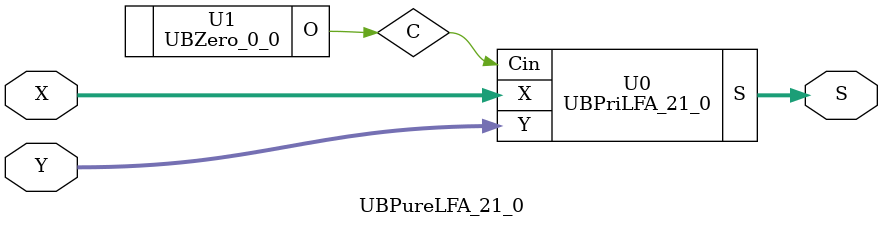
<source format=v>
/*----------------------------------------------------------------------------
  Copyright (c) 2021 Homma laboratory. All rights reserved.

  Top module: UBLFA_21_0_21_0

  Operand-1 length: 22
  Operand-2 length: 22
  Two-operand addition algorithm: Ladner-Fischer adder
----------------------------------------------------------------------------*/

module GPGenerator(Go, Po, A, B);
  output Go;
  output Po;
  input A;
  input B;
  assign Go = A & B;
  assign Po = A ^ B;
endmodule

module CarryOperator(Go, Po, Gi1, Pi1, Gi2, Pi2);
  output Go;
  output Po;
  input Gi1;
  input Gi2;
  input Pi1;
  input Pi2;
  assign Go = Gi1 | ( Gi2 & Pi1 );
  assign Po = Pi1 & Pi2;
endmodule

module UBPriLFA_21_0(S, X, Y, Cin);
  output [22:0] S;
  input Cin;
  input [21:0] X;
  input [21:0] Y;
  wire [21:0] G0;
  wire [21:0] G1;
  wire [21:0] G2;
  wire [21:0] G3;
  wire [21:0] G4;
  wire [21:0] G5;
  wire [21:0] P0;
  wire [21:0] P1;
  wire [21:0] P2;
  wire [21:0] P3;
  wire [21:0] P4;
  wire [21:0] P5;
  assign P1[0] = P0[0];
  assign G1[0] = G0[0];
  assign P1[2] = P0[2];
  assign G1[2] = G0[2];
  assign P1[4] = P0[4];
  assign G1[4] = G0[4];
  assign P1[6] = P0[6];
  assign G1[6] = G0[6];
  assign P1[8] = P0[8];
  assign G1[8] = G0[8];
  assign P1[10] = P0[10];
  assign G1[10] = G0[10];
  assign P1[12] = P0[12];
  assign G1[12] = G0[12];
  assign P1[14] = P0[14];
  assign G1[14] = G0[14];
  assign P1[16] = P0[16];
  assign G1[16] = G0[16];
  assign P1[18] = P0[18];
  assign G1[18] = G0[18];
  assign P1[20] = P0[20];
  assign G1[20] = G0[20];
  assign P2[0] = P1[0];
  assign G2[0] = G1[0];
  assign P2[1] = P1[1];
  assign G2[1] = G1[1];
  assign P2[4] = P1[4];
  assign G2[4] = G1[4];
  assign P2[5] = P1[5];
  assign G2[5] = G1[5];
  assign P2[8] = P1[8];
  assign G2[8] = G1[8];
  assign P2[9] = P1[9];
  assign G2[9] = G1[9];
  assign P2[12] = P1[12];
  assign G2[12] = G1[12];
  assign P2[13] = P1[13];
  assign G2[13] = G1[13];
  assign P2[16] = P1[16];
  assign G2[16] = G1[16];
  assign P2[17] = P1[17];
  assign G2[17] = G1[17];
  assign P2[20] = P1[20];
  assign G2[20] = G1[20];
  assign P2[21] = P1[21];
  assign G2[21] = G1[21];
  assign P3[0] = P2[0];
  assign G3[0] = G2[0];
  assign P3[1] = P2[1];
  assign G3[1] = G2[1];
  assign P3[2] = P2[2];
  assign G3[2] = G2[2];
  assign P3[3] = P2[3];
  assign G3[3] = G2[3];
  assign P3[8] = P2[8];
  assign G3[8] = G2[8];
  assign P3[9] = P2[9];
  assign G3[9] = G2[9];
  assign P3[10] = P2[10];
  assign G3[10] = G2[10];
  assign P3[11] = P2[11];
  assign G3[11] = G2[11];
  assign P3[16] = P2[16];
  assign G3[16] = G2[16];
  assign P3[17] = P2[17];
  assign G3[17] = G2[17];
  assign P3[18] = P2[18];
  assign G3[18] = G2[18];
  assign P3[19] = P2[19];
  assign G3[19] = G2[19];
  assign P4[0] = P3[0];
  assign G4[0] = G3[0];
  assign P4[1] = P3[1];
  assign G4[1] = G3[1];
  assign P4[2] = P3[2];
  assign G4[2] = G3[2];
  assign P4[3] = P3[3];
  assign G4[3] = G3[3];
  assign P4[4] = P3[4];
  assign G4[4] = G3[4];
  assign P4[5] = P3[5];
  assign G4[5] = G3[5];
  assign P4[6] = P3[6];
  assign G4[6] = G3[6];
  assign P4[7] = P3[7];
  assign G4[7] = G3[7];
  assign P4[16] = P3[16];
  assign G4[16] = G3[16];
  assign P4[17] = P3[17];
  assign G4[17] = G3[17];
  assign P4[18] = P3[18];
  assign G4[18] = G3[18];
  assign P4[19] = P3[19];
  assign G4[19] = G3[19];
  assign P4[20] = P3[20];
  assign G4[20] = G3[20];
  assign P4[21] = P3[21];
  assign G4[21] = G3[21];
  assign P5[0] = P4[0];
  assign G5[0] = G4[0];
  assign P5[1] = P4[1];
  assign G5[1] = G4[1];
  assign P5[2] = P4[2];
  assign G5[2] = G4[2];
  assign P5[3] = P4[3];
  assign G5[3] = G4[3];
  assign P5[4] = P4[4];
  assign G5[4] = G4[4];
  assign P5[5] = P4[5];
  assign G5[5] = G4[5];
  assign P5[6] = P4[6];
  assign G5[6] = G4[6];
  assign P5[7] = P4[7];
  assign G5[7] = G4[7];
  assign P5[8] = P4[8];
  assign G5[8] = G4[8];
  assign P5[9] = P4[9];
  assign G5[9] = G4[9];
  assign P5[10] = P4[10];
  assign G5[10] = G4[10];
  assign P5[11] = P4[11];
  assign G5[11] = G4[11];
  assign P5[12] = P4[12];
  assign G5[12] = G4[12];
  assign P5[13] = P4[13];
  assign G5[13] = G4[13];
  assign P5[14] = P4[14];
  assign G5[14] = G4[14];
  assign P5[15] = P4[15];
  assign G5[15] = G4[15];
  assign S[0] = Cin ^ P0[0];
  assign S[1] = ( G5[0] | ( P5[0] & Cin ) ) ^ P0[1];
  assign S[2] = ( G5[1] | ( P5[1] & Cin ) ) ^ P0[2];
  assign S[3] = ( G5[2] | ( P5[2] & Cin ) ) ^ P0[3];
  assign S[4] = ( G5[3] | ( P5[3] & Cin ) ) ^ P0[4];
  assign S[5] = ( G5[4] | ( P5[4] & Cin ) ) ^ P0[5];
  assign S[6] = ( G5[5] | ( P5[5] & Cin ) ) ^ P0[6];
  assign S[7] = ( G5[6] | ( P5[6] & Cin ) ) ^ P0[7];
  assign S[8] = ( G5[7] | ( P5[7] & Cin ) ) ^ P0[8];
  assign S[9] = ( G5[8] | ( P5[8] & Cin ) ) ^ P0[9];
  assign S[10] = ( G5[9] | ( P5[9] & Cin ) ) ^ P0[10];
  assign S[11] = ( G5[10] | ( P5[10] & Cin ) ) ^ P0[11];
  assign S[12] = ( G5[11] | ( P5[11] & Cin ) ) ^ P0[12];
  assign S[13] = ( G5[12] | ( P5[12] & Cin ) ) ^ P0[13];
  assign S[14] = ( G5[13] | ( P5[13] & Cin ) ) ^ P0[14];
  assign S[15] = ( G5[14] | ( P5[14] & Cin ) ) ^ P0[15];
  assign S[16] = ( G5[15] | ( P5[15] & Cin ) ) ^ P0[16];
  assign S[17] = ( G5[16] | ( P5[16] & Cin ) ) ^ P0[17];
  assign S[18] = ( G5[17] | ( P5[17] & Cin ) ) ^ P0[18];
  assign S[19] = ( G5[18] | ( P5[18] & Cin ) ) ^ P0[19];
  assign S[20] = ( G5[19] | ( P5[19] & Cin ) ) ^ P0[20];
  assign S[21] = ( G5[20] | ( P5[20] & Cin ) ) ^ P0[21];
  assign S[22] = G5[21] | ( P5[21] & Cin );
  GPGenerator U0 (G0[0], P0[0], X[0], Y[0]);
  GPGenerator U1 (G0[1], P0[1], X[1], Y[1]);
  GPGenerator U2 (G0[2], P0[2], X[2], Y[2]);
  GPGenerator U3 (G0[3], P0[3], X[3], Y[3]);
  GPGenerator U4 (G0[4], P0[4], X[4], Y[4]);
  GPGenerator U5 (G0[5], P0[5], X[5], Y[5]);
  GPGenerator U6 (G0[6], P0[6], X[6], Y[6]);
  GPGenerator U7 (G0[7], P0[7], X[7], Y[7]);
  GPGenerator U8 (G0[8], P0[8], X[8], Y[8]);
  GPGenerator U9 (G0[9], P0[9], X[9], Y[9]);
  GPGenerator U10 (G0[10], P0[10], X[10], Y[10]);
  GPGenerator U11 (G0[11], P0[11], X[11], Y[11]);
  GPGenerator U12 (G0[12], P0[12], X[12], Y[12]);
  GPGenerator U13 (G0[13], P0[13], X[13], Y[13]);
  GPGenerator U14 (G0[14], P0[14], X[14], Y[14]);
  GPGenerator U15 (G0[15], P0[15], X[15], Y[15]);
  GPGenerator U16 (G0[16], P0[16], X[16], Y[16]);
  GPGenerator U17 (G0[17], P0[17], X[17], Y[17]);
  GPGenerator U18 (G0[18], P0[18], X[18], Y[18]);
  GPGenerator U19 (G0[19], P0[19], X[19], Y[19]);
  GPGenerator U20 (G0[20], P0[20], X[20], Y[20]);
  GPGenerator U21 (G0[21], P0[21], X[21], Y[21]);
  CarryOperator U22 (G1[1], P1[1], G0[1], P0[1], G0[0], P0[0]);
  CarryOperator U23 (G1[3], P1[3], G0[3], P0[3], G0[2], P0[2]);
  CarryOperator U24 (G1[5], P1[5], G0[5], P0[5], G0[4], P0[4]);
  CarryOperator U25 (G1[7], P1[7], G0[7], P0[7], G0[6], P0[6]);
  CarryOperator U26 (G1[9], P1[9], G0[9], P0[9], G0[8], P0[8]);
  CarryOperator U27 (G1[11], P1[11], G0[11], P0[11], G0[10], P0[10]);
  CarryOperator U28 (G1[13], P1[13], G0[13], P0[13], G0[12], P0[12]);
  CarryOperator U29 (G1[15], P1[15], G0[15], P0[15], G0[14], P0[14]);
  CarryOperator U30 (G1[17], P1[17], G0[17], P0[17], G0[16], P0[16]);
  CarryOperator U31 (G1[19], P1[19], G0[19], P0[19], G0[18], P0[18]);
  CarryOperator U32 (G1[21], P1[21], G0[21], P0[21], G0[20], P0[20]);
  CarryOperator U33 (G2[2], P2[2], G1[2], P1[2], G1[1], P1[1]);
  CarryOperator U34 (G2[3], P2[3], G1[3], P1[3], G1[1], P1[1]);
  CarryOperator U35 (G2[6], P2[6], G1[6], P1[6], G1[5], P1[5]);
  CarryOperator U36 (G2[7], P2[7], G1[7], P1[7], G1[5], P1[5]);
  CarryOperator U37 (G2[10], P2[10], G1[10], P1[10], G1[9], P1[9]);
  CarryOperator U38 (G2[11], P2[11], G1[11], P1[11], G1[9], P1[9]);
  CarryOperator U39 (G2[14], P2[14], G1[14], P1[14], G1[13], P1[13]);
  CarryOperator U40 (G2[15], P2[15], G1[15], P1[15], G1[13], P1[13]);
  CarryOperator U41 (G2[18], P2[18], G1[18], P1[18], G1[17], P1[17]);
  CarryOperator U42 (G2[19], P2[19], G1[19], P1[19], G1[17], P1[17]);
  CarryOperator U43 (G3[4], P3[4], G2[4], P2[4], G2[3], P2[3]);
  CarryOperator U44 (G3[5], P3[5], G2[5], P2[5], G2[3], P2[3]);
  CarryOperator U45 (G3[6], P3[6], G2[6], P2[6], G2[3], P2[3]);
  CarryOperator U46 (G3[7], P3[7], G2[7], P2[7], G2[3], P2[3]);
  CarryOperator U47 (G3[12], P3[12], G2[12], P2[12], G2[11], P2[11]);
  CarryOperator U48 (G3[13], P3[13], G2[13], P2[13], G2[11], P2[11]);
  CarryOperator U49 (G3[14], P3[14], G2[14], P2[14], G2[11], P2[11]);
  CarryOperator U50 (G3[15], P3[15], G2[15], P2[15], G2[11], P2[11]);
  CarryOperator U51 (G3[20], P3[20], G2[20], P2[20], G2[19], P2[19]);
  CarryOperator U52 (G3[21], P3[21], G2[21], P2[21], G2[19], P2[19]);
  CarryOperator U53 (G4[8], P4[8], G3[8], P3[8], G3[7], P3[7]);
  CarryOperator U54 (G4[9], P4[9], G3[9], P3[9], G3[7], P3[7]);
  CarryOperator U55 (G4[10], P4[10], G3[10], P3[10], G3[7], P3[7]);
  CarryOperator U56 (G4[11], P4[11], G3[11], P3[11], G3[7], P3[7]);
  CarryOperator U57 (G4[12], P4[12], G3[12], P3[12], G3[7], P3[7]);
  CarryOperator U58 (G4[13], P4[13], G3[13], P3[13], G3[7], P3[7]);
  CarryOperator U59 (G4[14], P4[14], G3[14], P3[14], G3[7], P3[7]);
  CarryOperator U60 (G4[15], P4[15], G3[15], P3[15], G3[7], P3[7]);
  CarryOperator U61 (G5[16], P5[16], G4[16], P4[16], G4[15], P4[15]);
  CarryOperator U62 (G5[17], P5[17], G4[17], P4[17], G4[15], P4[15]);
  CarryOperator U63 (G5[18], P5[18], G4[18], P4[18], G4[15], P4[15]);
  CarryOperator U64 (G5[19], P5[19], G4[19], P4[19], G4[15], P4[15]);
  CarryOperator U65 (G5[20], P5[20], G4[20], P4[20], G4[15], P4[15]);
  CarryOperator U66 (G5[21], P5[21], G4[21], P4[21], G4[15], P4[15]);
endmodule

module UBZero_0_0(O);
  output [0:0] O;
  assign O[0] = 0;
endmodule

module UBLFA_21_0_21_0 (S, X, Y);
  output [22:0] S;
  input [21:0] X;
  input [21:0] Y;
  UBPureLFA_21_0 U0 (S[22:0], X[21:0], Y[21:0]);
endmodule

module UBPureLFA_21_0 (S, X, Y);
  output [22:0] S;
  input [21:0] X;
  input [21:0] Y;
  wire C;
  UBPriLFA_21_0 U0 (S, X, Y, C);
  UBZero_0_0 U1 (C);
endmodule


</source>
